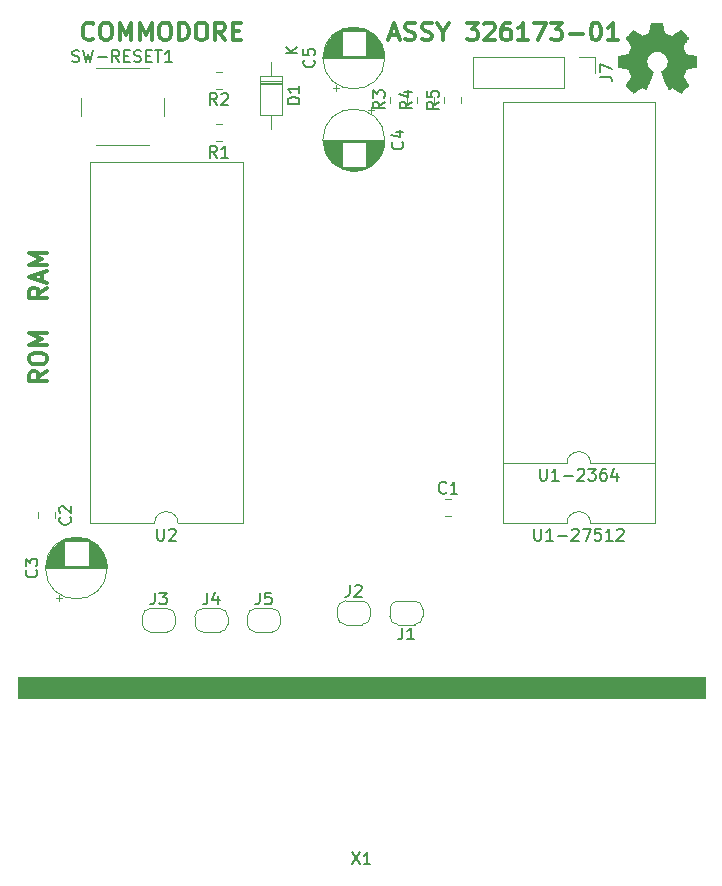
<source format=gbr>
G04 #@! TF.GenerationSoftware,KiCad,Pcbnew,(5.1.5)-3*
G04 #@! TF.CreationDate,2020-10-02T02:33:27-04:00*
G04 #@! TF.ProjectId,commodore-326173-01,636f6d6d-6f64-46f7-9265-2d3332363137,rev?*
G04 #@! TF.SameCoordinates,Original*
G04 #@! TF.FileFunction,Legend,Top*
G04 #@! TF.FilePolarity,Positive*
%FSLAX46Y46*%
G04 Gerber Fmt 4.6, Leading zero omitted, Abs format (unit mm)*
G04 Created by KiCad (PCBNEW (5.1.5)-3) date 2020-10-02 02:33:27*
%MOMM*%
%LPD*%
G04 APERTURE LIST*
%ADD10C,0.300000*%
%ADD11C,0.120000*%
%ADD12C,0.010000*%
%ADD13C,0.100000*%
%ADD14C,0.150000*%
G04 APERTURE END LIST*
D10*
X115613571Y-110362428D02*
X114899285Y-110862428D01*
X115613571Y-111219571D02*
X114113571Y-111219571D01*
X114113571Y-110648142D01*
X114185000Y-110505285D01*
X114256428Y-110433857D01*
X114399285Y-110362428D01*
X114613571Y-110362428D01*
X114756428Y-110433857D01*
X114827857Y-110505285D01*
X114899285Y-110648142D01*
X114899285Y-111219571D01*
X114113571Y-109433857D02*
X114113571Y-109148142D01*
X114185000Y-109005285D01*
X114327857Y-108862428D01*
X114613571Y-108791000D01*
X115113571Y-108791000D01*
X115399285Y-108862428D01*
X115542142Y-109005285D01*
X115613571Y-109148142D01*
X115613571Y-109433857D01*
X115542142Y-109576714D01*
X115399285Y-109719571D01*
X115113571Y-109791000D01*
X114613571Y-109791000D01*
X114327857Y-109719571D01*
X114185000Y-109576714D01*
X114113571Y-109433857D01*
X115613571Y-108148142D02*
X114113571Y-108148142D01*
X115185000Y-107648142D01*
X114113571Y-107148142D01*
X115613571Y-107148142D01*
X115613571Y-103291000D02*
X114899285Y-103791000D01*
X115613571Y-104148142D02*
X114113571Y-104148142D01*
X114113571Y-103576714D01*
X114185000Y-103433857D01*
X114256428Y-103362428D01*
X114399285Y-103291000D01*
X114613571Y-103291000D01*
X114756428Y-103362428D01*
X114827857Y-103433857D01*
X114899285Y-103576714D01*
X114899285Y-104148142D01*
X115185000Y-102719571D02*
X115185000Y-102005285D01*
X115613571Y-102862428D02*
X114113571Y-102362428D01*
X115613571Y-101862428D01*
X115613571Y-101362428D02*
X114113571Y-101362428D01*
X115185000Y-100862428D01*
X114113571Y-100362428D01*
X115613571Y-100362428D01*
X119563285Y-82196714D02*
X119491857Y-82268142D01*
X119277571Y-82339571D01*
X119134714Y-82339571D01*
X118920428Y-82268142D01*
X118777571Y-82125285D01*
X118706142Y-81982428D01*
X118634714Y-81696714D01*
X118634714Y-81482428D01*
X118706142Y-81196714D01*
X118777571Y-81053857D01*
X118920428Y-80911000D01*
X119134714Y-80839571D01*
X119277571Y-80839571D01*
X119491857Y-80911000D01*
X119563285Y-80982428D01*
X120491857Y-80839571D02*
X120777571Y-80839571D01*
X120920428Y-80911000D01*
X121063285Y-81053857D01*
X121134714Y-81339571D01*
X121134714Y-81839571D01*
X121063285Y-82125285D01*
X120920428Y-82268142D01*
X120777571Y-82339571D01*
X120491857Y-82339571D01*
X120349000Y-82268142D01*
X120206142Y-82125285D01*
X120134714Y-81839571D01*
X120134714Y-81339571D01*
X120206142Y-81053857D01*
X120349000Y-80911000D01*
X120491857Y-80839571D01*
X121777571Y-82339571D02*
X121777571Y-80839571D01*
X122277571Y-81911000D01*
X122777571Y-80839571D01*
X122777571Y-82339571D01*
X123491857Y-82339571D02*
X123491857Y-80839571D01*
X123991857Y-81911000D01*
X124491857Y-80839571D01*
X124491857Y-82339571D01*
X125491857Y-80839571D02*
X125777571Y-80839571D01*
X125920428Y-80911000D01*
X126063285Y-81053857D01*
X126134714Y-81339571D01*
X126134714Y-81839571D01*
X126063285Y-82125285D01*
X125920428Y-82268142D01*
X125777571Y-82339571D01*
X125491857Y-82339571D01*
X125349000Y-82268142D01*
X125206142Y-82125285D01*
X125134714Y-81839571D01*
X125134714Y-81339571D01*
X125206142Y-81053857D01*
X125349000Y-80911000D01*
X125491857Y-80839571D01*
X126777571Y-82339571D02*
X126777571Y-80839571D01*
X127134714Y-80839571D01*
X127349000Y-80911000D01*
X127491857Y-81053857D01*
X127563285Y-81196714D01*
X127634714Y-81482428D01*
X127634714Y-81696714D01*
X127563285Y-81982428D01*
X127491857Y-82125285D01*
X127349000Y-82268142D01*
X127134714Y-82339571D01*
X126777571Y-82339571D01*
X128563285Y-80839571D02*
X128849000Y-80839571D01*
X128991857Y-80911000D01*
X129134714Y-81053857D01*
X129206142Y-81339571D01*
X129206142Y-81839571D01*
X129134714Y-82125285D01*
X128991857Y-82268142D01*
X128849000Y-82339571D01*
X128563285Y-82339571D01*
X128420428Y-82268142D01*
X128277571Y-82125285D01*
X128206142Y-81839571D01*
X128206142Y-81339571D01*
X128277571Y-81053857D01*
X128420428Y-80911000D01*
X128563285Y-80839571D01*
X130706142Y-82339571D02*
X130206142Y-81625285D01*
X129849000Y-82339571D02*
X129849000Y-80839571D01*
X130420428Y-80839571D01*
X130563285Y-80911000D01*
X130634714Y-80982428D01*
X130706142Y-81125285D01*
X130706142Y-81339571D01*
X130634714Y-81482428D01*
X130563285Y-81553857D01*
X130420428Y-81625285D01*
X129849000Y-81625285D01*
X131349000Y-81553857D02*
X131849000Y-81553857D01*
X132063285Y-82339571D02*
X131349000Y-82339571D01*
X131349000Y-80839571D01*
X132063285Y-80839571D01*
X144662142Y-81911000D02*
X145376428Y-81911000D01*
X144519285Y-82339571D02*
X145019285Y-80839571D01*
X145519285Y-82339571D01*
X145947857Y-82268142D02*
X146162142Y-82339571D01*
X146519285Y-82339571D01*
X146662142Y-82268142D01*
X146733571Y-82196714D01*
X146805000Y-82053857D01*
X146805000Y-81911000D01*
X146733571Y-81768142D01*
X146662142Y-81696714D01*
X146519285Y-81625285D01*
X146233571Y-81553857D01*
X146090714Y-81482428D01*
X146019285Y-81411000D01*
X145947857Y-81268142D01*
X145947857Y-81125285D01*
X146019285Y-80982428D01*
X146090714Y-80911000D01*
X146233571Y-80839571D01*
X146590714Y-80839571D01*
X146805000Y-80911000D01*
X147376428Y-82268142D02*
X147590714Y-82339571D01*
X147947857Y-82339571D01*
X148090714Y-82268142D01*
X148162142Y-82196714D01*
X148233571Y-82053857D01*
X148233571Y-81911000D01*
X148162142Y-81768142D01*
X148090714Y-81696714D01*
X147947857Y-81625285D01*
X147662142Y-81553857D01*
X147519285Y-81482428D01*
X147447857Y-81411000D01*
X147376428Y-81268142D01*
X147376428Y-81125285D01*
X147447857Y-80982428D01*
X147519285Y-80911000D01*
X147662142Y-80839571D01*
X148019285Y-80839571D01*
X148233571Y-80911000D01*
X149162142Y-81625285D02*
X149162142Y-82339571D01*
X148662142Y-80839571D02*
X149162142Y-81625285D01*
X149662142Y-80839571D01*
X151162142Y-80839571D02*
X152090714Y-80839571D01*
X151590714Y-81411000D01*
X151805000Y-81411000D01*
X151947857Y-81482428D01*
X152019285Y-81553857D01*
X152090714Y-81696714D01*
X152090714Y-82053857D01*
X152019285Y-82196714D01*
X151947857Y-82268142D01*
X151805000Y-82339571D01*
X151376428Y-82339571D01*
X151233571Y-82268142D01*
X151162142Y-82196714D01*
X152662142Y-80982428D02*
X152733571Y-80911000D01*
X152876428Y-80839571D01*
X153233571Y-80839571D01*
X153376428Y-80911000D01*
X153447857Y-80982428D01*
X153519285Y-81125285D01*
X153519285Y-81268142D01*
X153447857Y-81482428D01*
X152590714Y-82339571D01*
X153519285Y-82339571D01*
X154805000Y-80839571D02*
X154519285Y-80839571D01*
X154376428Y-80911000D01*
X154305000Y-80982428D01*
X154162142Y-81196714D01*
X154090714Y-81482428D01*
X154090714Y-82053857D01*
X154162142Y-82196714D01*
X154233571Y-82268142D01*
X154376428Y-82339571D01*
X154662142Y-82339571D01*
X154805000Y-82268142D01*
X154876428Y-82196714D01*
X154947857Y-82053857D01*
X154947857Y-81696714D01*
X154876428Y-81553857D01*
X154805000Y-81482428D01*
X154662142Y-81411000D01*
X154376428Y-81411000D01*
X154233571Y-81482428D01*
X154162142Y-81553857D01*
X154090714Y-81696714D01*
X156376428Y-82339571D02*
X155519285Y-82339571D01*
X155947857Y-82339571D02*
X155947857Y-80839571D01*
X155805000Y-81053857D01*
X155662142Y-81196714D01*
X155519285Y-81268142D01*
X156876428Y-80839571D02*
X157876428Y-80839571D01*
X157233571Y-82339571D01*
X158305000Y-80839571D02*
X159233571Y-80839571D01*
X158733571Y-81411000D01*
X158947857Y-81411000D01*
X159090714Y-81482428D01*
X159162142Y-81553857D01*
X159233571Y-81696714D01*
X159233571Y-82053857D01*
X159162142Y-82196714D01*
X159090714Y-82268142D01*
X158947857Y-82339571D01*
X158519285Y-82339571D01*
X158376428Y-82268142D01*
X158305000Y-82196714D01*
X159876428Y-81768142D02*
X161019285Y-81768142D01*
X162019285Y-80839571D02*
X162162142Y-80839571D01*
X162305000Y-80911000D01*
X162376428Y-80982428D01*
X162447857Y-81125285D01*
X162519285Y-81411000D01*
X162519285Y-81768142D01*
X162447857Y-82053857D01*
X162376428Y-82196714D01*
X162305000Y-82268142D01*
X162162142Y-82339571D01*
X162019285Y-82339571D01*
X161876428Y-82268142D01*
X161805000Y-82196714D01*
X161733571Y-82053857D01*
X161662142Y-81768142D01*
X161662142Y-81411000D01*
X161733571Y-81125285D01*
X161805000Y-80982428D01*
X161876428Y-80911000D01*
X162019285Y-80839571D01*
X163947857Y-82339571D02*
X163090714Y-82339571D01*
X163519285Y-82339571D02*
X163519285Y-80839571D01*
X163376428Y-81053857D01*
X163233571Y-81196714D01*
X163090714Y-81268142D01*
D11*
X159655000Y-118170000D02*
G75*
G02X161655000Y-118170000I1000000J0D01*
G01*
X161655000Y-118170000D02*
X167115000Y-118170000D01*
X167115000Y-118170000D02*
X167115000Y-87570000D01*
X167115000Y-87570000D02*
X154195000Y-87570000D01*
X154195000Y-87570000D02*
X154195000Y-118170000D01*
X154195000Y-118170000D02*
X159655000Y-118170000D01*
D12*
G36*
X167814814Y-81288931D02*
G01*
X167898635Y-81733555D01*
X168207920Y-81861053D01*
X168517206Y-81988551D01*
X168888246Y-81736246D01*
X168992157Y-81665996D01*
X169086087Y-81603272D01*
X169165652Y-81550938D01*
X169226470Y-81511857D01*
X169264157Y-81488893D01*
X169274421Y-81483942D01*
X169292910Y-81496676D01*
X169332420Y-81531882D01*
X169388522Y-81585062D01*
X169456787Y-81651718D01*
X169532786Y-81727354D01*
X169612092Y-81807472D01*
X169690275Y-81887574D01*
X169762907Y-81963164D01*
X169825559Y-82029745D01*
X169873803Y-82082818D01*
X169903210Y-82117887D01*
X169910241Y-82129623D01*
X169900123Y-82151260D01*
X169871759Y-82198662D01*
X169828129Y-82267193D01*
X169772218Y-82352215D01*
X169707006Y-82449093D01*
X169669219Y-82504350D01*
X169600343Y-82605248D01*
X169539140Y-82696299D01*
X169488578Y-82772970D01*
X169451628Y-82830728D01*
X169431258Y-82865043D01*
X169428197Y-82872254D01*
X169435136Y-82892748D01*
X169454051Y-82940513D01*
X169482087Y-83008832D01*
X169516391Y-83090989D01*
X169554109Y-83180270D01*
X169592387Y-83269958D01*
X169628370Y-83353338D01*
X169659206Y-83423694D01*
X169682039Y-83474310D01*
X169694017Y-83498471D01*
X169694724Y-83499422D01*
X169713531Y-83504036D01*
X169763618Y-83514328D01*
X169839793Y-83529287D01*
X169936865Y-83547901D01*
X170049643Y-83569159D01*
X170115442Y-83581418D01*
X170235950Y-83604362D01*
X170344797Y-83626195D01*
X170436476Y-83645722D01*
X170505481Y-83661748D01*
X170546304Y-83673079D01*
X170554511Y-83676674D01*
X170562548Y-83701006D01*
X170569033Y-83755959D01*
X170573970Y-83835108D01*
X170577364Y-83932026D01*
X170579218Y-84040287D01*
X170579538Y-84153465D01*
X170578327Y-84265135D01*
X170575590Y-84368868D01*
X170571331Y-84458241D01*
X170565555Y-84526826D01*
X170558267Y-84568197D01*
X170553895Y-84576810D01*
X170527764Y-84587133D01*
X170472393Y-84601892D01*
X170395107Y-84619352D01*
X170303230Y-84637780D01*
X170271158Y-84643741D01*
X170116524Y-84672066D01*
X169994375Y-84694876D01*
X169900673Y-84713080D01*
X169831384Y-84727583D01*
X169782471Y-84739292D01*
X169749897Y-84749115D01*
X169729628Y-84757956D01*
X169717626Y-84766724D01*
X169715947Y-84768457D01*
X169699184Y-84796371D01*
X169673614Y-84850695D01*
X169641788Y-84924777D01*
X169606260Y-85011965D01*
X169569583Y-85105608D01*
X169534311Y-85199052D01*
X169502996Y-85285647D01*
X169478193Y-85358740D01*
X169462454Y-85411678D01*
X169458332Y-85437811D01*
X169458676Y-85438726D01*
X169472641Y-85460086D01*
X169504322Y-85507084D01*
X169550391Y-85574827D01*
X169607518Y-85658423D01*
X169672373Y-85752982D01*
X169690843Y-85779854D01*
X169756699Y-85877275D01*
X169814650Y-85966163D01*
X169861538Y-86041412D01*
X169894207Y-86097920D01*
X169909500Y-86130581D01*
X169910241Y-86134593D01*
X169897392Y-86155684D01*
X169861888Y-86197464D01*
X169808293Y-86255445D01*
X169741171Y-86325135D01*
X169665087Y-86402045D01*
X169584604Y-86481683D01*
X169504287Y-86559561D01*
X169428699Y-86631186D01*
X169362405Y-86692070D01*
X169309969Y-86737721D01*
X169275955Y-86763650D01*
X169266545Y-86767883D01*
X169244643Y-86757912D01*
X169199800Y-86731020D01*
X169139321Y-86691736D01*
X169092789Y-86660117D01*
X169008475Y-86602098D01*
X168908626Y-86533784D01*
X168808473Y-86465579D01*
X168754627Y-86429075D01*
X168572371Y-86305800D01*
X168419381Y-86388520D01*
X168349682Y-86424759D01*
X168290414Y-86452926D01*
X168250311Y-86468991D01*
X168240103Y-86471226D01*
X168227829Y-86454722D01*
X168203613Y-86408082D01*
X168169263Y-86335609D01*
X168126588Y-86241606D01*
X168077394Y-86130374D01*
X168023490Y-86006215D01*
X167966684Y-85873432D01*
X167908782Y-85736327D01*
X167851593Y-85599202D01*
X167796924Y-85466358D01*
X167746584Y-85342098D01*
X167702380Y-85230725D01*
X167666119Y-85136539D01*
X167639609Y-85063844D01*
X167624658Y-85016941D01*
X167622254Y-85000833D01*
X167641311Y-84980286D01*
X167683036Y-84946933D01*
X167738706Y-84907702D01*
X167743378Y-84904599D01*
X167887264Y-84789423D01*
X168003283Y-84655053D01*
X168090430Y-84505784D01*
X168147699Y-84345913D01*
X168174086Y-84179737D01*
X168168585Y-84011552D01*
X168130190Y-83845655D01*
X168057895Y-83686342D01*
X168036626Y-83651487D01*
X167925996Y-83510737D01*
X167795302Y-83397714D01*
X167649064Y-83313003D01*
X167491808Y-83257194D01*
X167328057Y-83230874D01*
X167162333Y-83234630D01*
X166999162Y-83269050D01*
X166843065Y-83334723D01*
X166698567Y-83432235D01*
X166653869Y-83471813D01*
X166540112Y-83595703D01*
X166457218Y-83726124D01*
X166400356Y-83872315D01*
X166368687Y-84017088D01*
X166360869Y-84179860D01*
X166386938Y-84343440D01*
X166444245Y-84502298D01*
X166530144Y-84650906D01*
X166641986Y-84783735D01*
X166777123Y-84895256D01*
X166794883Y-84907011D01*
X166851150Y-84945508D01*
X166893923Y-84978863D01*
X166914372Y-85000160D01*
X166914669Y-85000833D01*
X166910279Y-85023871D01*
X166892876Y-85076157D01*
X166864268Y-85153390D01*
X166826265Y-85251268D01*
X166780674Y-85365491D01*
X166729303Y-85491758D01*
X166673962Y-85625767D01*
X166616458Y-85763218D01*
X166558601Y-85899808D01*
X166502198Y-86031237D01*
X166449058Y-86153205D01*
X166400990Y-86261409D01*
X166359801Y-86351549D01*
X166327301Y-86419323D01*
X166305297Y-86460430D01*
X166296436Y-86471226D01*
X166269360Y-86462819D01*
X166218697Y-86440272D01*
X166153183Y-86407613D01*
X166117159Y-86388520D01*
X165964168Y-86305800D01*
X165781912Y-86429075D01*
X165688875Y-86492228D01*
X165587015Y-86561727D01*
X165491562Y-86627165D01*
X165443750Y-86660117D01*
X165376505Y-86705273D01*
X165319564Y-86741057D01*
X165280354Y-86762938D01*
X165267619Y-86767563D01*
X165249083Y-86755085D01*
X165208059Y-86720252D01*
X165148525Y-86666678D01*
X165074458Y-86597983D01*
X164989835Y-86517781D01*
X164936315Y-86466286D01*
X164842681Y-86374286D01*
X164761759Y-86291999D01*
X164696823Y-86222945D01*
X164651142Y-86170644D01*
X164627989Y-86138616D01*
X164625768Y-86132116D01*
X164636076Y-86107394D01*
X164664561Y-86057405D01*
X164708063Y-85987212D01*
X164763423Y-85901875D01*
X164827480Y-85806456D01*
X164845697Y-85779854D01*
X164912073Y-85683167D01*
X164971622Y-85596117D01*
X165021016Y-85523595D01*
X165056925Y-85470493D01*
X165076019Y-85441703D01*
X165077864Y-85438726D01*
X165075105Y-85415782D01*
X165060462Y-85365336D01*
X165036487Y-85294041D01*
X165005734Y-85208547D01*
X164970756Y-85115507D01*
X164934107Y-85021574D01*
X164898339Y-84933399D01*
X164866006Y-84857634D01*
X164839662Y-84800931D01*
X164821858Y-84769943D01*
X164820593Y-84768457D01*
X164809706Y-84759601D01*
X164791318Y-84750843D01*
X164761394Y-84741277D01*
X164715897Y-84729996D01*
X164650791Y-84716093D01*
X164562039Y-84698663D01*
X164445607Y-84676798D01*
X164297458Y-84649591D01*
X164265382Y-84643741D01*
X164170314Y-84625374D01*
X164087435Y-84607405D01*
X164024070Y-84591569D01*
X163987542Y-84579600D01*
X163982644Y-84576810D01*
X163974573Y-84552072D01*
X163968013Y-84496790D01*
X163962967Y-84417389D01*
X163959441Y-84320296D01*
X163957439Y-84211938D01*
X163956964Y-84098740D01*
X163958023Y-83987128D01*
X163960618Y-83883529D01*
X163964754Y-83794368D01*
X163970437Y-83726072D01*
X163977669Y-83685066D01*
X163982029Y-83676674D01*
X164006302Y-83668208D01*
X164061574Y-83654435D01*
X164142338Y-83636550D01*
X164243088Y-83615748D01*
X164358317Y-83593223D01*
X164421098Y-83581418D01*
X164540213Y-83559151D01*
X164646435Y-83538979D01*
X164734573Y-83521915D01*
X164799434Y-83508969D01*
X164835826Y-83501155D01*
X164841816Y-83499422D01*
X164851939Y-83479890D01*
X164873338Y-83432843D01*
X164903161Y-83365003D01*
X164938555Y-83283091D01*
X164976668Y-83193828D01*
X165014647Y-83103935D01*
X165049640Y-83020135D01*
X165078794Y-82949147D01*
X165099257Y-82897694D01*
X165108177Y-82872497D01*
X165108343Y-82871396D01*
X165098231Y-82851519D01*
X165069883Y-82805777D01*
X165026277Y-82738717D01*
X164970394Y-82654884D01*
X164905213Y-82558826D01*
X164867321Y-82503650D01*
X164798275Y-82402481D01*
X164736950Y-82310630D01*
X164686337Y-82232744D01*
X164649429Y-82173469D01*
X164629218Y-82137451D01*
X164626299Y-82129377D01*
X164638847Y-82110584D01*
X164673537Y-82070457D01*
X164725937Y-82013493D01*
X164791616Y-81944185D01*
X164866144Y-81867031D01*
X164945087Y-81786525D01*
X165024017Y-81707163D01*
X165098500Y-81633440D01*
X165164106Y-81569852D01*
X165216404Y-81520894D01*
X165250961Y-81491061D01*
X165262522Y-81483942D01*
X165281346Y-81493953D01*
X165326369Y-81522078D01*
X165393213Y-81565454D01*
X165477501Y-81621218D01*
X165574856Y-81686506D01*
X165648293Y-81736246D01*
X166019333Y-81988551D01*
X166637905Y-81733555D01*
X166721725Y-81288931D01*
X166805546Y-80844307D01*
X167730994Y-80844307D01*
X167814814Y-81288931D01*
G37*
X167814814Y-81288931D02*
X167898635Y-81733555D01*
X168207920Y-81861053D01*
X168517206Y-81988551D01*
X168888246Y-81736246D01*
X168992157Y-81665996D01*
X169086087Y-81603272D01*
X169165652Y-81550938D01*
X169226470Y-81511857D01*
X169264157Y-81488893D01*
X169274421Y-81483942D01*
X169292910Y-81496676D01*
X169332420Y-81531882D01*
X169388522Y-81585062D01*
X169456787Y-81651718D01*
X169532786Y-81727354D01*
X169612092Y-81807472D01*
X169690275Y-81887574D01*
X169762907Y-81963164D01*
X169825559Y-82029745D01*
X169873803Y-82082818D01*
X169903210Y-82117887D01*
X169910241Y-82129623D01*
X169900123Y-82151260D01*
X169871759Y-82198662D01*
X169828129Y-82267193D01*
X169772218Y-82352215D01*
X169707006Y-82449093D01*
X169669219Y-82504350D01*
X169600343Y-82605248D01*
X169539140Y-82696299D01*
X169488578Y-82772970D01*
X169451628Y-82830728D01*
X169431258Y-82865043D01*
X169428197Y-82872254D01*
X169435136Y-82892748D01*
X169454051Y-82940513D01*
X169482087Y-83008832D01*
X169516391Y-83090989D01*
X169554109Y-83180270D01*
X169592387Y-83269958D01*
X169628370Y-83353338D01*
X169659206Y-83423694D01*
X169682039Y-83474310D01*
X169694017Y-83498471D01*
X169694724Y-83499422D01*
X169713531Y-83504036D01*
X169763618Y-83514328D01*
X169839793Y-83529287D01*
X169936865Y-83547901D01*
X170049643Y-83569159D01*
X170115442Y-83581418D01*
X170235950Y-83604362D01*
X170344797Y-83626195D01*
X170436476Y-83645722D01*
X170505481Y-83661748D01*
X170546304Y-83673079D01*
X170554511Y-83676674D01*
X170562548Y-83701006D01*
X170569033Y-83755959D01*
X170573970Y-83835108D01*
X170577364Y-83932026D01*
X170579218Y-84040287D01*
X170579538Y-84153465D01*
X170578327Y-84265135D01*
X170575590Y-84368868D01*
X170571331Y-84458241D01*
X170565555Y-84526826D01*
X170558267Y-84568197D01*
X170553895Y-84576810D01*
X170527764Y-84587133D01*
X170472393Y-84601892D01*
X170395107Y-84619352D01*
X170303230Y-84637780D01*
X170271158Y-84643741D01*
X170116524Y-84672066D01*
X169994375Y-84694876D01*
X169900673Y-84713080D01*
X169831384Y-84727583D01*
X169782471Y-84739292D01*
X169749897Y-84749115D01*
X169729628Y-84757956D01*
X169717626Y-84766724D01*
X169715947Y-84768457D01*
X169699184Y-84796371D01*
X169673614Y-84850695D01*
X169641788Y-84924777D01*
X169606260Y-85011965D01*
X169569583Y-85105608D01*
X169534311Y-85199052D01*
X169502996Y-85285647D01*
X169478193Y-85358740D01*
X169462454Y-85411678D01*
X169458332Y-85437811D01*
X169458676Y-85438726D01*
X169472641Y-85460086D01*
X169504322Y-85507084D01*
X169550391Y-85574827D01*
X169607518Y-85658423D01*
X169672373Y-85752982D01*
X169690843Y-85779854D01*
X169756699Y-85877275D01*
X169814650Y-85966163D01*
X169861538Y-86041412D01*
X169894207Y-86097920D01*
X169909500Y-86130581D01*
X169910241Y-86134593D01*
X169897392Y-86155684D01*
X169861888Y-86197464D01*
X169808293Y-86255445D01*
X169741171Y-86325135D01*
X169665087Y-86402045D01*
X169584604Y-86481683D01*
X169504287Y-86559561D01*
X169428699Y-86631186D01*
X169362405Y-86692070D01*
X169309969Y-86737721D01*
X169275955Y-86763650D01*
X169266545Y-86767883D01*
X169244643Y-86757912D01*
X169199800Y-86731020D01*
X169139321Y-86691736D01*
X169092789Y-86660117D01*
X169008475Y-86602098D01*
X168908626Y-86533784D01*
X168808473Y-86465579D01*
X168754627Y-86429075D01*
X168572371Y-86305800D01*
X168419381Y-86388520D01*
X168349682Y-86424759D01*
X168290414Y-86452926D01*
X168250311Y-86468991D01*
X168240103Y-86471226D01*
X168227829Y-86454722D01*
X168203613Y-86408082D01*
X168169263Y-86335609D01*
X168126588Y-86241606D01*
X168077394Y-86130374D01*
X168023490Y-86006215D01*
X167966684Y-85873432D01*
X167908782Y-85736327D01*
X167851593Y-85599202D01*
X167796924Y-85466358D01*
X167746584Y-85342098D01*
X167702380Y-85230725D01*
X167666119Y-85136539D01*
X167639609Y-85063844D01*
X167624658Y-85016941D01*
X167622254Y-85000833D01*
X167641311Y-84980286D01*
X167683036Y-84946933D01*
X167738706Y-84907702D01*
X167743378Y-84904599D01*
X167887264Y-84789423D01*
X168003283Y-84655053D01*
X168090430Y-84505784D01*
X168147699Y-84345913D01*
X168174086Y-84179737D01*
X168168585Y-84011552D01*
X168130190Y-83845655D01*
X168057895Y-83686342D01*
X168036626Y-83651487D01*
X167925996Y-83510737D01*
X167795302Y-83397714D01*
X167649064Y-83313003D01*
X167491808Y-83257194D01*
X167328057Y-83230874D01*
X167162333Y-83234630D01*
X166999162Y-83269050D01*
X166843065Y-83334723D01*
X166698567Y-83432235D01*
X166653869Y-83471813D01*
X166540112Y-83595703D01*
X166457218Y-83726124D01*
X166400356Y-83872315D01*
X166368687Y-84017088D01*
X166360869Y-84179860D01*
X166386938Y-84343440D01*
X166444245Y-84502298D01*
X166530144Y-84650906D01*
X166641986Y-84783735D01*
X166777123Y-84895256D01*
X166794883Y-84907011D01*
X166851150Y-84945508D01*
X166893923Y-84978863D01*
X166914372Y-85000160D01*
X166914669Y-85000833D01*
X166910279Y-85023871D01*
X166892876Y-85076157D01*
X166864268Y-85153390D01*
X166826265Y-85251268D01*
X166780674Y-85365491D01*
X166729303Y-85491758D01*
X166673962Y-85625767D01*
X166616458Y-85763218D01*
X166558601Y-85899808D01*
X166502198Y-86031237D01*
X166449058Y-86153205D01*
X166400990Y-86261409D01*
X166359801Y-86351549D01*
X166327301Y-86419323D01*
X166305297Y-86460430D01*
X166296436Y-86471226D01*
X166269360Y-86462819D01*
X166218697Y-86440272D01*
X166153183Y-86407613D01*
X166117159Y-86388520D01*
X165964168Y-86305800D01*
X165781912Y-86429075D01*
X165688875Y-86492228D01*
X165587015Y-86561727D01*
X165491562Y-86627165D01*
X165443750Y-86660117D01*
X165376505Y-86705273D01*
X165319564Y-86741057D01*
X165280354Y-86762938D01*
X165267619Y-86767563D01*
X165249083Y-86755085D01*
X165208059Y-86720252D01*
X165148525Y-86666678D01*
X165074458Y-86597983D01*
X164989835Y-86517781D01*
X164936315Y-86466286D01*
X164842681Y-86374286D01*
X164761759Y-86291999D01*
X164696823Y-86222945D01*
X164651142Y-86170644D01*
X164627989Y-86138616D01*
X164625768Y-86132116D01*
X164636076Y-86107394D01*
X164664561Y-86057405D01*
X164708063Y-85987212D01*
X164763423Y-85901875D01*
X164827480Y-85806456D01*
X164845697Y-85779854D01*
X164912073Y-85683167D01*
X164971622Y-85596117D01*
X165021016Y-85523595D01*
X165056925Y-85470493D01*
X165076019Y-85441703D01*
X165077864Y-85438726D01*
X165075105Y-85415782D01*
X165060462Y-85365336D01*
X165036487Y-85294041D01*
X165005734Y-85208547D01*
X164970756Y-85115507D01*
X164934107Y-85021574D01*
X164898339Y-84933399D01*
X164866006Y-84857634D01*
X164839662Y-84800931D01*
X164821858Y-84769943D01*
X164820593Y-84768457D01*
X164809706Y-84759601D01*
X164791318Y-84750843D01*
X164761394Y-84741277D01*
X164715897Y-84729996D01*
X164650791Y-84716093D01*
X164562039Y-84698663D01*
X164445607Y-84676798D01*
X164297458Y-84649591D01*
X164265382Y-84643741D01*
X164170314Y-84625374D01*
X164087435Y-84607405D01*
X164024070Y-84591569D01*
X163987542Y-84579600D01*
X163982644Y-84576810D01*
X163974573Y-84552072D01*
X163968013Y-84496790D01*
X163962967Y-84417389D01*
X163959441Y-84320296D01*
X163957439Y-84211938D01*
X163956964Y-84098740D01*
X163958023Y-83987128D01*
X163960618Y-83883529D01*
X163964754Y-83794368D01*
X163970437Y-83726072D01*
X163977669Y-83685066D01*
X163982029Y-83676674D01*
X164006302Y-83668208D01*
X164061574Y-83654435D01*
X164142338Y-83636550D01*
X164243088Y-83615748D01*
X164358317Y-83593223D01*
X164421098Y-83581418D01*
X164540213Y-83559151D01*
X164646435Y-83538979D01*
X164734573Y-83521915D01*
X164799434Y-83508969D01*
X164835826Y-83501155D01*
X164841816Y-83499422D01*
X164851939Y-83479890D01*
X164873338Y-83432843D01*
X164903161Y-83365003D01*
X164938555Y-83283091D01*
X164976668Y-83193828D01*
X165014647Y-83103935D01*
X165049640Y-83020135D01*
X165078794Y-82949147D01*
X165099257Y-82897694D01*
X165108177Y-82872497D01*
X165108343Y-82871396D01*
X165098231Y-82851519D01*
X165069883Y-82805777D01*
X165026277Y-82738717D01*
X164970394Y-82654884D01*
X164905213Y-82558826D01*
X164867321Y-82503650D01*
X164798275Y-82402481D01*
X164736950Y-82310630D01*
X164686337Y-82232744D01*
X164649429Y-82173469D01*
X164629218Y-82137451D01*
X164626299Y-82129377D01*
X164638847Y-82110584D01*
X164673537Y-82070457D01*
X164725937Y-82013493D01*
X164791616Y-81944185D01*
X164866144Y-81867031D01*
X164945087Y-81786525D01*
X165024017Y-81707163D01*
X165098500Y-81633440D01*
X165164106Y-81569852D01*
X165216404Y-81520894D01*
X165250961Y-81491061D01*
X165262522Y-81483942D01*
X165281346Y-81493953D01*
X165326369Y-81522078D01*
X165393213Y-81565454D01*
X165477501Y-81621218D01*
X165574856Y-81686506D01*
X165648293Y-81736246D01*
X166019333Y-81988551D01*
X166637905Y-81733555D01*
X166721725Y-81288931D01*
X166805546Y-80844307D01*
X167730994Y-80844307D01*
X167814814Y-81288931D01*
D11*
X120730000Y-127020000D02*
G75*
G03X120730000Y-127020000I-2620000J0D01*
G01*
X115530000Y-127020000D02*
X120690000Y-127020000D01*
X115530000Y-126980000D02*
X120690000Y-126980000D01*
X115531000Y-126940000D02*
X120689000Y-126940000D01*
X115532000Y-126900000D02*
X120688000Y-126900000D01*
X115534000Y-126860000D02*
X120686000Y-126860000D01*
X115537000Y-126820000D02*
X120683000Y-126820000D01*
X115541000Y-126780000D02*
X117070000Y-126780000D01*
X119150000Y-126780000D02*
X120679000Y-126780000D01*
X115545000Y-126740000D02*
X117070000Y-126740000D01*
X119150000Y-126740000D02*
X120675000Y-126740000D01*
X115549000Y-126700000D02*
X117070000Y-126700000D01*
X119150000Y-126700000D02*
X120671000Y-126700000D01*
X115554000Y-126660000D02*
X117070000Y-126660000D01*
X119150000Y-126660000D02*
X120666000Y-126660000D01*
X115560000Y-126620000D02*
X117070000Y-126620000D01*
X119150000Y-126620000D02*
X120660000Y-126620000D01*
X115567000Y-126580000D02*
X117070000Y-126580000D01*
X119150000Y-126580000D02*
X120653000Y-126580000D01*
X115574000Y-126540000D02*
X117070000Y-126540000D01*
X119150000Y-126540000D02*
X120646000Y-126540000D01*
X115582000Y-126500000D02*
X117070000Y-126500000D01*
X119150000Y-126500000D02*
X120638000Y-126500000D01*
X115590000Y-126460000D02*
X117070000Y-126460000D01*
X119150000Y-126460000D02*
X120630000Y-126460000D01*
X115599000Y-126420000D02*
X117070000Y-126420000D01*
X119150000Y-126420000D02*
X120621000Y-126420000D01*
X115609000Y-126380000D02*
X117070000Y-126380000D01*
X119150000Y-126380000D02*
X120611000Y-126380000D01*
X115619000Y-126340000D02*
X117070000Y-126340000D01*
X119150000Y-126340000D02*
X120601000Y-126340000D01*
X115630000Y-126299000D02*
X117070000Y-126299000D01*
X119150000Y-126299000D02*
X120590000Y-126299000D01*
X115642000Y-126259000D02*
X117070000Y-126259000D01*
X119150000Y-126259000D02*
X120578000Y-126259000D01*
X115655000Y-126219000D02*
X117070000Y-126219000D01*
X119150000Y-126219000D02*
X120565000Y-126219000D01*
X115668000Y-126179000D02*
X117070000Y-126179000D01*
X119150000Y-126179000D02*
X120552000Y-126179000D01*
X115682000Y-126139000D02*
X117070000Y-126139000D01*
X119150000Y-126139000D02*
X120538000Y-126139000D01*
X115696000Y-126099000D02*
X117070000Y-126099000D01*
X119150000Y-126099000D02*
X120524000Y-126099000D01*
X115712000Y-126059000D02*
X117070000Y-126059000D01*
X119150000Y-126059000D02*
X120508000Y-126059000D01*
X115728000Y-126019000D02*
X117070000Y-126019000D01*
X119150000Y-126019000D02*
X120492000Y-126019000D01*
X115745000Y-125979000D02*
X117070000Y-125979000D01*
X119150000Y-125979000D02*
X120475000Y-125979000D01*
X115762000Y-125939000D02*
X117070000Y-125939000D01*
X119150000Y-125939000D02*
X120458000Y-125939000D01*
X115781000Y-125899000D02*
X117070000Y-125899000D01*
X119150000Y-125899000D02*
X120439000Y-125899000D01*
X115800000Y-125859000D02*
X117070000Y-125859000D01*
X119150000Y-125859000D02*
X120420000Y-125859000D01*
X115820000Y-125819000D02*
X117070000Y-125819000D01*
X119150000Y-125819000D02*
X120400000Y-125819000D01*
X115842000Y-125779000D02*
X117070000Y-125779000D01*
X119150000Y-125779000D02*
X120378000Y-125779000D01*
X115863000Y-125739000D02*
X117070000Y-125739000D01*
X119150000Y-125739000D02*
X120357000Y-125739000D01*
X115886000Y-125699000D02*
X117070000Y-125699000D01*
X119150000Y-125699000D02*
X120334000Y-125699000D01*
X115910000Y-125659000D02*
X117070000Y-125659000D01*
X119150000Y-125659000D02*
X120310000Y-125659000D01*
X115935000Y-125619000D02*
X117070000Y-125619000D01*
X119150000Y-125619000D02*
X120285000Y-125619000D01*
X115961000Y-125579000D02*
X117070000Y-125579000D01*
X119150000Y-125579000D02*
X120259000Y-125579000D01*
X115988000Y-125539000D02*
X117070000Y-125539000D01*
X119150000Y-125539000D02*
X120232000Y-125539000D01*
X116015000Y-125499000D02*
X117070000Y-125499000D01*
X119150000Y-125499000D02*
X120205000Y-125499000D01*
X116045000Y-125459000D02*
X117070000Y-125459000D01*
X119150000Y-125459000D02*
X120175000Y-125459000D01*
X116075000Y-125419000D02*
X117070000Y-125419000D01*
X119150000Y-125419000D02*
X120145000Y-125419000D01*
X116106000Y-125379000D02*
X117070000Y-125379000D01*
X119150000Y-125379000D02*
X120114000Y-125379000D01*
X116139000Y-125339000D02*
X117070000Y-125339000D01*
X119150000Y-125339000D02*
X120081000Y-125339000D01*
X116173000Y-125299000D02*
X117070000Y-125299000D01*
X119150000Y-125299000D02*
X120047000Y-125299000D01*
X116209000Y-125259000D02*
X117070000Y-125259000D01*
X119150000Y-125259000D02*
X120011000Y-125259000D01*
X116246000Y-125219000D02*
X117070000Y-125219000D01*
X119150000Y-125219000D02*
X119974000Y-125219000D01*
X116284000Y-125179000D02*
X117070000Y-125179000D01*
X119150000Y-125179000D02*
X119936000Y-125179000D01*
X116325000Y-125139000D02*
X117070000Y-125139000D01*
X119150000Y-125139000D02*
X119895000Y-125139000D01*
X116367000Y-125099000D02*
X117070000Y-125099000D01*
X119150000Y-125099000D02*
X119853000Y-125099000D01*
X116411000Y-125059000D02*
X117070000Y-125059000D01*
X119150000Y-125059000D02*
X119809000Y-125059000D01*
X116457000Y-125019000D02*
X117070000Y-125019000D01*
X119150000Y-125019000D02*
X119763000Y-125019000D01*
X116505000Y-124979000D02*
X117070000Y-124979000D01*
X119150000Y-124979000D02*
X119715000Y-124979000D01*
X116556000Y-124939000D02*
X117070000Y-124939000D01*
X119150000Y-124939000D02*
X119664000Y-124939000D01*
X116610000Y-124899000D02*
X117070000Y-124899000D01*
X119150000Y-124899000D02*
X119610000Y-124899000D01*
X116667000Y-124859000D02*
X117070000Y-124859000D01*
X119150000Y-124859000D02*
X119553000Y-124859000D01*
X116727000Y-124819000D02*
X117070000Y-124819000D01*
X119150000Y-124819000D02*
X119493000Y-124819000D01*
X116791000Y-124779000D02*
X117070000Y-124779000D01*
X119150000Y-124779000D02*
X119429000Y-124779000D01*
X116859000Y-124739000D02*
X117070000Y-124739000D01*
X119150000Y-124739000D02*
X119361000Y-124739000D01*
X116932000Y-124699000D02*
X119288000Y-124699000D01*
X117012000Y-124659000D02*
X119208000Y-124659000D01*
X117099000Y-124619000D02*
X119121000Y-124619000D01*
X117195000Y-124579000D02*
X119025000Y-124579000D01*
X117305000Y-124539000D02*
X118915000Y-124539000D01*
X117433000Y-124499000D02*
X118787000Y-124499000D01*
X117592000Y-124459000D02*
X118628000Y-124459000D01*
X117826000Y-124419000D02*
X118394000Y-124419000D01*
X116635000Y-129824775D02*
X116635000Y-129324775D01*
X116385000Y-129574775D02*
X116885000Y-129574775D01*
X144225000Y-90785000D02*
G75*
G03X144225000Y-90785000I-2620000J0D01*
G01*
X144185000Y-90785000D02*
X139025000Y-90785000D01*
X144185000Y-90825000D02*
X139025000Y-90825000D01*
X144184000Y-90865000D02*
X139026000Y-90865000D01*
X144183000Y-90905000D02*
X139027000Y-90905000D01*
X144181000Y-90945000D02*
X139029000Y-90945000D01*
X144178000Y-90985000D02*
X139032000Y-90985000D01*
X144174000Y-91025000D02*
X142645000Y-91025000D01*
X140565000Y-91025000D02*
X139036000Y-91025000D01*
X144170000Y-91065000D02*
X142645000Y-91065000D01*
X140565000Y-91065000D02*
X139040000Y-91065000D01*
X144166000Y-91105000D02*
X142645000Y-91105000D01*
X140565000Y-91105000D02*
X139044000Y-91105000D01*
X144161000Y-91145000D02*
X142645000Y-91145000D01*
X140565000Y-91145000D02*
X139049000Y-91145000D01*
X144155000Y-91185000D02*
X142645000Y-91185000D01*
X140565000Y-91185000D02*
X139055000Y-91185000D01*
X144148000Y-91225000D02*
X142645000Y-91225000D01*
X140565000Y-91225000D02*
X139062000Y-91225000D01*
X144141000Y-91265000D02*
X142645000Y-91265000D01*
X140565000Y-91265000D02*
X139069000Y-91265000D01*
X144133000Y-91305000D02*
X142645000Y-91305000D01*
X140565000Y-91305000D02*
X139077000Y-91305000D01*
X144125000Y-91345000D02*
X142645000Y-91345000D01*
X140565000Y-91345000D02*
X139085000Y-91345000D01*
X144116000Y-91385000D02*
X142645000Y-91385000D01*
X140565000Y-91385000D02*
X139094000Y-91385000D01*
X144106000Y-91425000D02*
X142645000Y-91425000D01*
X140565000Y-91425000D02*
X139104000Y-91425000D01*
X144096000Y-91465000D02*
X142645000Y-91465000D01*
X140565000Y-91465000D02*
X139114000Y-91465000D01*
X144085000Y-91506000D02*
X142645000Y-91506000D01*
X140565000Y-91506000D02*
X139125000Y-91506000D01*
X144073000Y-91546000D02*
X142645000Y-91546000D01*
X140565000Y-91546000D02*
X139137000Y-91546000D01*
X144060000Y-91586000D02*
X142645000Y-91586000D01*
X140565000Y-91586000D02*
X139150000Y-91586000D01*
X144047000Y-91626000D02*
X142645000Y-91626000D01*
X140565000Y-91626000D02*
X139163000Y-91626000D01*
X144033000Y-91666000D02*
X142645000Y-91666000D01*
X140565000Y-91666000D02*
X139177000Y-91666000D01*
X144019000Y-91706000D02*
X142645000Y-91706000D01*
X140565000Y-91706000D02*
X139191000Y-91706000D01*
X144003000Y-91746000D02*
X142645000Y-91746000D01*
X140565000Y-91746000D02*
X139207000Y-91746000D01*
X143987000Y-91786000D02*
X142645000Y-91786000D01*
X140565000Y-91786000D02*
X139223000Y-91786000D01*
X143970000Y-91826000D02*
X142645000Y-91826000D01*
X140565000Y-91826000D02*
X139240000Y-91826000D01*
X143953000Y-91866000D02*
X142645000Y-91866000D01*
X140565000Y-91866000D02*
X139257000Y-91866000D01*
X143934000Y-91906000D02*
X142645000Y-91906000D01*
X140565000Y-91906000D02*
X139276000Y-91906000D01*
X143915000Y-91946000D02*
X142645000Y-91946000D01*
X140565000Y-91946000D02*
X139295000Y-91946000D01*
X143895000Y-91986000D02*
X142645000Y-91986000D01*
X140565000Y-91986000D02*
X139315000Y-91986000D01*
X143873000Y-92026000D02*
X142645000Y-92026000D01*
X140565000Y-92026000D02*
X139337000Y-92026000D01*
X143852000Y-92066000D02*
X142645000Y-92066000D01*
X140565000Y-92066000D02*
X139358000Y-92066000D01*
X143829000Y-92106000D02*
X142645000Y-92106000D01*
X140565000Y-92106000D02*
X139381000Y-92106000D01*
X143805000Y-92146000D02*
X142645000Y-92146000D01*
X140565000Y-92146000D02*
X139405000Y-92146000D01*
X143780000Y-92186000D02*
X142645000Y-92186000D01*
X140565000Y-92186000D02*
X139430000Y-92186000D01*
X143754000Y-92226000D02*
X142645000Y-92226000D01*
X140565000Y-92226000D02*
X139456000Y-92226000D01*
X143727000Y-92266000D02*
X142645000Y-92266000D01*
X140565000Y-92266000D02*
X139483000Y-92266000D01*
X143700000Y-92306000D02*
X142645000Y-92306000D01*
X140565000Y-92306000D02*
X139510000Y-92306000D01*
X143670000Y-92346000D02*
X142645000Y-92346000D01*
X140565000Y-92346000D02*
X139540000Y-92346000D01*
X143640000Y-92386000D02*
X142645000Y-92386000D01*
X140565000Y-92386000D02*
X139570000Y-92386000D01*
X143609000Y-92426000D02*
X142645000Y-92426000D01*
X140565000Y-92426000D02*
X139601000Y-92426000D01*
X143576000Y-92466000D02*
X142645000Y-92466000D01*
X140565000Y-92466000D02*
X139634000Y-92466000D01*
X143542000Y-92506000D02*
X142645000Y-92506000D01*
X140565000Y-92506000D02*
X139668000Y-92506000D01*
X143506000Y-92546000D02*
X142645000Y-92546000D01*
X140565000Y-92546000D02*
X139704000Y-92546000D01*
X143469000Y-92586000D02*
X142645000Y-92586000D01*
X140565000Y-92586000D02*
X139741000Y-92586000D01*
X143431000Y-92626000D02*
X142645000Y-92626000D01*
X140565000Y-92626000D02*
X139779000Y-92626000D01*
X143390000Y-92666000D02*
X142645000Y-92666000D01*
X140565000Y-92666000D02*
X139820000Y-92666000D01*
X143348000Y-92706000D02*
X142645000Y-92706000D01*
X140565000Y-92706000D02*
X139862000Y-92706000D01*
X143304000Y-92746000D02*
X142645000Y-92746000D01*
X140565000Y-92746000D02*
X139906000Y-92746000D01*
X143258000Y-92786000D02*
X142645000Y-92786000D01*
X140565000Y-92786000D02*
X139952000Y-92786000D01*
X143210000Y-92826000D02*
X142645000Y-92826000D01*
X140565000Y-92826000D02*
X140000000Y-92826000D01*
X143159000Y-92866000D02*
X142645000Y-92866000D01*
X140565000Y-92866000D02*
X140051000Y-92866000D01*
X143105000Y-92906000D02*
X142645000Y-92906000D01*
X140565000Y-92906000D02*
X140105000Y-92906000D01*
X143048000Y-92946000D02*
X142645000Y-92946000D01*
X140565000Y-92946000D02*
X140162000Y-92946000D01*
X142988000Y-92986000D02*
X142645000Y-92986000D01*
X140565000Y-92986000D02*
X140222000Y-92986000D01*
X142924000Y-93026000D02*
X142645000Y-93026000D01*
X140565000Y-93026000D02*
X140286000Y-93026000D01*
X142856000Y-93066000D02*
X142645000Y-93066000D01*
X140565000Y-93066000D02*
X140354000Y-93066000D01*
X142783000Y-93106000D02*
X140427000Y-93106000D01*
X142703000Y-93146000D02*
X140507000Y-93146000D01*
X142616000Y-93186000D02*
X140594000Y-93186000D01*
X142520000Y-93226000D02*
X140690000Y-93226000D01*
X142410000Y-93266000D02*
X140800000Y-93266000D01*
X142282000Y-93306000D02*
X140928000Y-93306000D01*
X142123000Y-93346000D02*
X141087000Y-93346000D01*
X141889000Y-93386000D02*
X141321000Y-93386000D01*
X143080000Y-87980225D02*
X143080000Y-88480225D01*
X143330000Y-88230225D02*
X142830000Y-88230225D01*
X139880000Y-86394775D02*
X140380000Y-86394775D01*
X140130000Y-86644775D02*
X140130000Y-86144775D01*
X141321000Y-81239000D02*
X141889000Y-81239000D01*
X141087000Y-81279000D02*
X142123000Y-81279000D01*
X140928000Y-81319000D02*
X142282000Y-81319000D01*
X140800000Y-81359000D02*
X142410000Y-81359000D01*
X140690000Y-81399000D02*
X142520000Y-81399000D01*
X140594000Y-81439000D02*
X142616000Y-81439000D01*
X140507000Y-81479000D02*
X142703000Y-81479000D01*
X140427000Y-81519000D02*
X142783000Y-81519000D01*
X142645000Y-81559000D02*
X142856000Y-81559000D01*
X140354000Y-81559000D02*
X140565000Y-81559000D01*
X142645000Y-81599000D02*
X142924000Y-81599000D01*
X140286000Y-81599000D02*
X140565000Y-81599000D01*
X142645000Y-81639000D02*
X142988000Y-81639000D01*
X140222000Y-81639000D02*
X140565000Y-81639000D01*
X142645000Y-81679000D02*
X143048000Y-81679000D01*
X140162000Y-81679000D02*
X140565000Y-81679000D01*
X142645000Y-81719000D02*
X143105000Y-81719000D01*
X140105000Y-81719000D02*
X140565000Y-81719000D01*
X142645000Y-81759000D02*
X143159000Y-81759000D01*
X140051000Y-81759000D02*
X140565000Y-81759000D01*
X142645000Y-81799000D02*
X143210000Y-81799000D01*
X140000000Y-81799000D02*
X140565000Y-81799000D01*
X142645000Y-81839000D02*
X143258000Y-81839000D01*
X139952000Y-81839000D02*
X140565000Y-81839000D01*
X142645000Y-81879000D02*
X143304000Y-81879000D01*
X139906000Y-81879000D02*
X140565000Y-81879000D01*
X142645000Y-81919000D02*
X143348000Y-81919000D01*
X139862000Y-81919000D02*
X140565000Y-81919000D01*
X142645000Y-81959000D02*
X143390000Y-81959000D01*
X139820000Y-81959000D02*
X140565000Y-81959000D01*
X142645000Y-81999000D02*
X143431000Y-81999000D01*
X139779000Y-81999000D02*
X140565000Y-81999000D01*
X142645000Y-82039000D02*
X143469000Y-82039000D01*
X139741000Y-82039000D02*
X140565000Y-82039000D01*
X142645000Y-82079000D02*
X143506000Y-82079000D01*
X139704000Y-82079000D02*
X140565000Y-82079000D01*
X142645000Y-82119000D02*
X143542000Y-82119000D01*
X139668000Y-82119000D02*
X140565000Y-82119000D01*
X142645000Y-82159000D02*
X143576000Y-82159000D01*
X139634000Y-82159000D02*
X140565000Y-82159000D01*
X142645000Y-82199000D02*
X143609000Y-82199000D01*
X139601000Y-82199000D02*
X140565000Y-82199000D01*
X142645000Y-82239000D02*
X143640000Y-82239000D01*
X139570000Y-82239000D02*
X140565000Y-82239000D01*
X142645000Y-82279000D02*
X143670000Y-82279000D01*
X139540000Y-82279000D02*
X140565000Y-82279000D01*
X142645000Y-82319000D02*
X143700000Y-82319000D01*
X139510000Y-82319000D02*
X140565000Y-82319000D01*
X142645000Y-82359000D02*
X143727000Y-82359000D01*
X139483000Y-82359000D02*
X140565000Y-82359000D01*
X142645000Y-82399000D02*
X143754000Y-82399000D01*
X139456000Y-82399000D02*
X140565000Y-82399000D01*
X142645000Y-82439000D02*
X143780000Y-82439000D01*
X139430000Y-82439000D02*
X140565000Y-82439000D01*
X142645000Y-82479000D02*
X143805000Y-82479000D01*
X139405000Y-82479000D02*
X140565000Y-82479000D01*
X142645000Y-82519000D02*
X143829000Y-82519000D01*
X139381000Y-82519000D02*
X140565000Y-82519000D01*
X142645000Y-82559000D02*
X143852000Y-82559000D01*
X139358000Y-82559000D02*
X140565000Y-82559000D01*
X142645000Y-82599000D02*
X143873000Y-82599000D01*
X139337000Y-82599000D02*
X140565000Y-82599000D01*
X142645000Y-82639000D02*
X143895000Y-82639000D01*
X139315000Y-82639000D02*
X140565000Y-82639000D01*
X142645000Y-82679000D02*
X143915000Y-82679000D01*
X139295000Y-82679000D02*
X140565000Y-82679000D01*
X142645000Y-82719000D02*
X143934000Y-82719000D01*
X139276000Y-82719000D02*
X140565000Y-82719000D01*
X142645000Y-82759000D02*
X143953000Y-82759000D01*
X139257000Y-82759000D02*
X140565000Y-82759000D01*
X142645000Y-82799000D02*
X143970000Y-82799000D01*
X139240000Y-82799000D02*
X140565000Y-82799000D01*
X142645000Y-82839000D02*
X143987000Y-82839000D01*
X139223000Y-82839000D02*
X140565000Y-82839000D01*
X142645000Y-82879000D02*
X144003000Y-82879000D01*
X139207000Y-82879000D02*
X140565000Y-82879000D01*
X142645000Y-82919000D02*
X144019000Y-82919000D01*
X139191000Y-82919000D02*
X140565000Y-82919000D01*
X142645000Y-82959000D02*
X144033000Y-82959000D01*
X139177000Y-82959000D02*
X140565000Y-82959000D01*
X142645000Y-82999000D02*
X144047000Y-82999000D01*
X139163000Y-82999000D02*
X140565000Y-82999000D01*
X142645000Y-83039000D02*
X144060000Y-83039000D01*
X139150000Y-83039000D02*
X140565000Y-83039000D01*
X142645000Y-83079000D02*
X144073000Y-83079000D01*
X139137000Y-83079000D02*
X140565000Y-83079000D01*
X142645000Y-83119000D02*
X144085000Y-83119000D01*
X139125000Y-83119000D02*
X140565000Y-83119000D01*
X142645000Y-83160000D02*
X144096000Y-83160000D01*
X139114000Y-83160000D02*
X140565000Y-83160000D01*
X142645000Y-83200000D02*
X144106000Y-83200000D01*
X139104000Y-83200000D02*
X140565000Y-83200000D01*
X142645000Y-83240000D02*
X144116000Y-83240000D01*
X139094000Y-83240000D02*
X140565000Y-83240000D01*
X142645000Y-83280000D02*
X144125000Y-83280000D01*
X139085000Y-83280000D02*
X140565000Y-83280000D01*
X142645000Y-83320000D02*
X144133000Y-83320000D01*
X139077000Y-83320000D02*
X140565000Y-83320000D01*
X142645000Y-83360000D02*
X144141000Y-83360000D01*
X139069000Y-83360000D02*
X140565000Y-83360000D01*
X142645000Y-83400000D02*
X144148000Y-83400000D01*
X139062000Y-83400000D02*
X140565000Y-83400000D01*
X142645000Y-83440000D02*
X144155000Y-83440000D01*
X139055000Y-83440000D02*
X140565000Y-83440000D01*
X142645000Y-83480000D02*
X144161000Y-83480000D01*
X139049000Y-83480000D02*
X140565000Y-83480000D01*
X142645000Y-83520000D02*
X144166000Y-83520000D01*
X139044000Y-83520000D02*
X140565000Y-83520000D01*
X142645000Y-83560000D02*
X144170000Y-83560000D01*
X139040000Y-83560000D02*
X140565000Y-83560000D01*
X142645000Y-83600000D02*
X144174000Y-83600000D01*
X139036000Y-83600000D02*
X140565000Y-83600000D01*
X139032000Y-83640000D02*
X144178000Y-83640000D01*
X139029000Y-83680000D02*
X144181000Y-83680000D01*
X139027000Y-83720000D02*
X144183000Y-83720000D01*
X139026000Y-83760000D02*
X144184000Y-83760000D01*
X139025000Y-83800000D02*
X144185000Y-83800000D01*
X139025000Y-83840000D02*
X144185000Y-83840000D01*
X144225000Y-83840000D02*
G75*
G03X144225000Y-83840000I-2620000J0D01*
G01*
X135540000Y-85355000D02*
X133700000Y-85355000D01*
X133700000Y-85355000D02*
X133700000Y-88635000D01*
X133700000Y-88635000D02*
X135540000Y-88635000D01*
X135540000Y-88635000D02*
X135540000Y-85355000D01*
X134620000Y-84175000D02*
X134620000Y-85355000D01*
X134620000Y-89815000D02*
X134620000Y-88635000D01*
X135540000Y-85931000D02*
X133700000Y-85931000D01*
X135540000Y-86051000D02*
X133700000Y-86051000D01*
X135540000Y-85811000D02*
X133700000Y-85811000D01*
X146750000Y-131810000D02*
X145350000Y-131810000D01*
X144650000Y-131110000D02*
X144650000Y-130510000D01*
X145350000Y-129810000D02*
X146750000Y-129810000D01*
X147450000Y-130510000D02*
X147450000Y-131110000D01*
X147450000Y-131110000D02*
G75*
G02X146750000Y-131810000I-700000J0D01*
G01*
X146750000Y-129810000D02*
G75*
G02X147450000Y-130510000I0J-700000D01*
G01*
X144650000Y-130510000D02*
G75*
G02X145350000Y-129810000I700000J0D01*
G01*
X145350000Y-131810000D02*
G75*
G02X144650000Y-131110000I0J700000D01*
G01*
X142305000Y-129810000D02*
G75*
G02X143005000Y-130510000I0J-700000D01*
G01*
X143005000Y-131110000D02*
G75*
G02X142305000Y-131810000I-700000J0D01*
G01*
X140905000Y-131810000D02*
G75*
G02X140205000Y-131110000I0J700000D01*
G01*
X140205000Y-130510000D02*
G75*
G02X140905000Y-129810000I700000J0D01*
G01*
X140205000Y-131110000D02*
X140205000Y-130510000D01*
X142305000Y-131810000D02*
X140905000Y-131810000D01*
X143005000Y-130510000D02*
X143005000Y-131110000D01*
X140905000Y-129810000D02*
X142305000Y-129810000D01*
X125795000Y-130445000D02*
G75*
G02X126495000Y-131145000I0J-700000D01*
G01*
X126495000Y-131745000D02*
G75*
G02X125795000Y-132445000I-700000J0D01*
G01*
X124395000Y-132445000D02*
G75*
G02X123695000Y-131745000I0J700000D01*
G01*
X123695000Y-131145000D02*
G75*
G02X124395000Y-130445000I700000J0D01*
G01*
X123695000Y-131745000D02*
X123695000Y-131145000D01*
X125795000Y-132445000D02*
X124395000Y-132445000D01*
X126495000Y-131145000D02*
X126495000Y-131745000D01*
X124395000Y-130445000D02*
X125795000Y-130445000D01*
X128840000Y-130445000D02*
X130240000Y-130445000D01*
X130940000Y-131145000D02*
X130940000Y-131745000D01*
X130240000Y-132445000D02*
X128840000Y-132445000D01*
X128140000Y-131745000D02*
X128140000Y-131145000D01*
X128140000Y-131145000D02*
G75*
G02X128840000Y-130445000I700000J0D01*
G01*
X128840000Y-132445000D02*
G75*
G02X128140000Y-131745000I0J700000D01*
G01*
X130940000Y-131745000D02*
G75*
G02X130240000Y-132445000I-700000J0D01*
G01*
X130240000Y-130445000D02*
G75*
G02X130940000Y-131145000I0J-700000D01*
G01*
X134685000Y-130445000D02*
G75*
G02X135385000Y-131145000I0J-700000D01*
G01*
X135385000Y-131745000D02*
G75*
G02X134685000Y-132445000I-700000J0D01*
G01*
X133285000Y-132445000D02*
G75*
G02X132585000Y-131745000I0J700000D01*
G01*
X132585000Y-131145000D02*
G75*
G02X133285000Y-130445000I700000J0D01*
G01*
X132585000Y-131745000D02*
X132585000Y-131145000D01*
X134685000Y-132445000D02*
X133285000Y-132445000D01*
X135385000Y-131145000D02*
X135385000Y-131745000D01*
X133285000Y-130445000D02*
X134685000Y-130445000D01*
X119745000Y-91225000D02*
X124245000Y-91225000D01*
X118495000Y-87225000D02*
X118495000Y-88725000D01*
X124245000Y-84725000D02*
X119745000Y-84725000D01*
X125495000Y-88725000D02*
X125495000Y-87225000D01*
X159655000Y-123250000D02*
G75*
G02X161655000Y-123250000I1000000J0D01*
G01*
X161655000Y-123250000D02*
X167115000Y-123250000D01*
X167115000Y-123250000D02*
X167115000Y-87570000D01*
X167115000Y-87570000D02*
X154195000Y-87570000D01*
X154195000Y-87570000D02*
X154195000Y-123250000D01*
X154195000Y-123250000D02*
X159655000Y-123250000D01*
D13*
G36*
X113157000Y-136271000D02*
G01*
X113157000Y-138049000D01*
X171323000Y-138049000D01*
X171323000Y-136271000D01*
X113157000Y-136271000D01*
G37*
X113157000Y-136271000D02*
X113157000Y-138049000D01*
X171323000Y-138049000D01*
X171323000Y-136271000D01*
X113157000Y-136271000D01*
D11*
X130436252Y-90880000D02*
X129913748Y-90880000D01*
X130436252Y-89460000D02*
X129913748Y-89460000D01*
X130436252Y-85015000D02*
X129913748Y-85015000D01*
X130436252Y-86435000D02*
X129913748Y-86435000D01*
X144705000Y-87637252D02*
X144705000Y-87114748D01*
X146125000Y-87637252D02*
X146125000Y-87114748D01*
X149335748Y-122630000D02*
X149858252Y-122630000D01*
X149335748Y-121210000D02*
X149858252Y-121210000D01*
X116280000Y-122293748D02*
X116280000Y-122816252D01*
X114860000Y-122293748D02*
X114860000Y-122816252D01*
X151705000Y-83760000D02*
X151705000Y-86420000D01*
X159385000Y-83760000D02*
X151705000Y-83760000D01*
X159385000Y-86420000D02*
X151705000Y-86420000D01*
X159385000Y-83760000D02*
X159385000Y-86420000D01*
X160655000Y-83760000D02*
X161985000Y-83760000D01*
X161985000Y-83760000D02*
X161985000Y-85090000D01*
X124730000Y-123250000D02*
G75*
G02X126730000Y-123250000I1000000J0D01*
G01*
X126730000Y-123250000D02*
X132190000Y-123250000D01*
X132190000Y-123250000D02*
X132190000Y-92650000D01*
X132190000Y-92650000D02*
X119270000Y-92650000D01*
X119270000Y-92650000D02*
X119270000Y-123250000D01*
X119270000Y-123250000D02*
X124730000Y-123250000D01*
X148411000Y-87637252D02*
X148411000Y-87114748D01*
X146991000Y-87637252D02*
X146991000Y-87114748D01*
X149277000Y-87646252D02*
X149277000Y-87123748D01*
X150697000Y-87646252D02*
X150697000Y-87123748D01*
D14*
X157369285Y-118622380D02*
X157369285Y-119431904D01*
X157416904Y-119527142D01*
X157464523Y-119574761D01*
X157559761Y-119622380D01*
X157750238Y-119622380D01*
X157845476Y-119574761D01*
X157893095Y-119527142D01*
X157940714Y-119431904D01*
X157940714Y-118622380D01*
X158940714Y-119622380D02*
X158369285Y-119622380D01*
X158655000Y-119622380D02*
X158655000Y-118622380D01*
X158559761Y-118765238D01*
X158464523Y-118860476D01*
X158369285Y-118908095D01*
X159369285Y-119241428D02*
X160131190Y-119241428D01*
X160559761Y-118717619D02*
X160607380Y-118670000D01*
X160702619Y-118622380D01*
X160940714Y-118622380D01*
X161035952Y-118670000D01*
X161083571Y-118717619D01*
X161131190Y-118812857D01*
X161131190Y-118908095D01*
X161083571Y-119050952D01*
X160512142Y-119622380D01*
X161131190Y-119622380D01*
X161464523Y-118622380D02*
X162083571Y-118622380D01*
X161750238Y-119003333D01*
X161893095Y-119003333D01*
X161988333Y-119050952D01*
X162035952Y-119098571D01*
X162083571Y-119193809D01*
X162083571Y-119431904D01*
X162035952Y-119527142D01*
X161988333Y-119574761D01*
X161893095Y-119622380D01*
X161607380Y-119622380D01*
X161512142Y-119574761D01*
X161464523Y-119527142D01*
X162940714Y-118622380D02*
X162750238Y-118622380D01*
X162655000Y-118670000D01*
X162607380Y-118717619D01*
X162512142Y-118860476D01*
X162464523Y-119050952D01*
X162464523Y-119431904D01*
X162512142Y-119527142D01*
X162559761Y-119574761D01*
X162655000Y-119622380D01*
X162845476Y-119622380D01*
X162940714Y-119574761D01*
X162988333Y-119527142D01*
X163035952Y-119431904D01*
X163035952Y-119193809D01*
X162988333Y-119098571D01*
X162940714Y-119050952D01*
X162845476Y-119003333D01*
X162655000Y-119003333D01*
X162559761Y-119050952D01*
X162512142Y-119098571D01*
X162464523Y-119193809D01*
X163893095Y-118955714D02*
X163893095Y-119622380D01*
X163655000Y-118574761D02*
X163416904Y-119289047D01*
X164035952Y-119289047D01*
X114717142Y-127186666D02*
X114764761Y-127234285D01*
X114812380Y-127377142D01*
X114812380Y-127472380D01*
X114764761Y-127615238D01*
X114669523Y-127710476D01*
X114574285Y-127758095D01*
X114383809Y-127805714D01*
X114240952Y-127805714D01*
X114050476Y-127758095D01*
X113955238Y-127710476D01*
X113860000Y-127615238D01*
X113812380Y-127472380D01*
X113812380Y-127377142D01*
X113860000Y-127234285D01*
X113907619Y-127186666D01*
X113812380Y-126853333D02*
X113812380Y-126234285D01*
X114193333Y-126567619D01*
X114193333Y-126424761D01*
X114240952Y-126329523D01*
X114288571Y-126281904D01*
X114383809Y-126234285D01*
X114621904Y-126234285D01*
X114717142Y-126281904D01*
X114764761Y-126329523D01*
X114812380Y-126424761D01*
X114812380Y-126710476D01*
X114764761Y-126805714D01*
X114717142Y-126853333D01*
X145712142Y-90951666D02*
X145759761Y-90999285D01*
X145807380Y-91142142D01*
X145807380Y-91237380D01*
X145759761Y-91380238D01*
X145664523Y-91475476D01*
X145569285Y-91523095D01*
X145378809Y-91570714D01*
X145235952Y-91570714D01*
X145045476Y-91523095D01*
X144950238Y-91475476D01*
X144855000Y-91380238D01*
X144807380Y-91237380D01*
X144807380Y-91142142D01*
X144855000Y-90999285D01*
X144902619Y-90951666D01*
X145140714Y-90094523D02*
X145807380Y-90094523D01*
X144759761Y-90332619D02*
X145474047Y-90570714D01*
X145474047Y-89951666D01*
X138212142Y-84006666D02*
X138259761Y-84054285D01*
X138307380Y-84197142D01*
X138307380Y-84292380D01*
X138259761Y-84435238D01*
X138164523Y-84530476D01*
X138069285Y-84578095D01*
X137878809Y-84625714D01*
X137735952Y-84625714D01*
X137545476Y-84578095D01*
X137450238Y-84530476D01*
X137355000Y-84435238D01*
X137307380Y-84292380D01*
X137307380Y-84197142D01*
X137355000Y-84054285D01*
X137402619Y-84006666D01*
X137307380Y-83101904D02*
X137307380Y-83578095D01*
X137783571Y-83625714D01*
X137735952Y-83578095D01*
X137688333Y-83482857D01*
X137688333Y-83244761D01*
X137735952Y-83149523D01*
X137783571Y-83101904D01*
X137878809Y-83054285D01*
X138116904Y-83054285D01*
X138212142Y-83101904D01*
X138259761Y-83149523D01*
X138307380Y-83244761D01*
X138307380Y-83482857D01*
X138259761Y-83578095D01*
X138212142Y-83625714D01*
X136992380Y-87733095D02*
X135992380Y-87733095D01*
X135992380Y-87495000D01*
X136040000Y-87352142D01*
X136135238Y-87256904D01*
X136230476Y-87209285D01*
X136420952Y-87161666D01*
X136563809Y-87161666D01*
X136754285Y-87209285D01*
X136849523Y-87256904D01*
X136944761Y-87352142D01*
X136992380Y-87495000D01*
X136992380Y-87733095D01*
X136992380Y-86209285D02*
X136992380Y-86780714D01*
X136992380Y-86495000D02*
X135992380Y-86495000D01*
X136135238Y-86590238D01*
X136230476Y-86685476D01*
X136278095Y-86780714D01*
X136822380Y-83446904D02*
X135822380Y-83446904D01*
X136822380Y-82875476D02*
X136250952Y-83304047D01*
X135822380Y-82875476D02*
X136393809Y-83446904D01*
X145716666Y-132062380D02*
X145716666Y-132776666D01*
X145669047Y-132919523D01*
X145573809Y-133014761D01*
X145430952Y-133062380D01*
X145335714Y-133062380D01*
X146716666Y-133062380D02*
X146145238Y-133062380D01*
X146430952Y-133062380D02*
X146430952Y-132062380D01*
X146335714Y-132205238D01*
X146240476Y-132300476D01*
X146145238Y-132348095D01*
X141271666Y-128462380D02*
X141271666Y-129176666D01*
X141224047Y-129319523D01*
X141128809Y-129414761D01*
X140985952Y-129462380D01*
X140890714Y-129462380D01*
X141700238Y-128557619D02*
X141747857Y-128510000D01*
X141843095Y-128462380D01*
X142081190Y-128462380D01*
X142176428Y-128510000D01*
X142224047Y-128557619D01*
X142271666Y-128652857D01*
X142271666Y-128748095D01*
X142224047Y-128890952D01*
X141652619Y-129462380D01*
X142271666Y-129462380D01*
X124761666Y-129097380D02*
X124761666Y-129811666D01*
X124714047Y-129954523D01*
X124618809Y-130049761D01*
X124475952Y-130097380D01*
X124380714Y-130097380D01*
X125142619Y-129097380D02*
X125761666Y-129097380D01*
X125428333Y-129478333D01*
X125571190Y-129478333D01*
X125666428Y-129525952D01*
X125714047Y-129573571D01*
X125761666Y-129668809D01*
X125761666Y-129906904D01*
X125714047Y-130002142D01*
X125666428Y-130049761D01*
X125571190Y-130097380D01*
X125285476Y-130097380D01*
X125190238Y-130049761D01*
X125142619Y-130002142D01*
X129206666Y-129097380D02*
X129206666Y-129811666D01*
X129159047Y-129954523D01*
X129063809Y-130049761D01*
X128920952Y-130097380D01*
X128825714Y-130097380D01*
X130111428Y-129430714D02*
X130111428Y-130097380D01*
X129873333Y-129049761D02*
X129635238Y-129764047D01*
X130254285Y-129764047D01*
X133651666Y-129097380D02*
X133651666Y-129811666D01*
X133604047Y-129954523D01*
X133508809Y-130049761D01*
X133365952Y-130097380D01*
X133270714Y-130097380D01*
X134604047Y-129097380D02*
X134127857Y-129097380D01*
X134080238Y-129573571D01*
X134127857Y-129525952D01*
X134223095Y-129478333D01*
X134461190Y-129478333D01*
X134556428Y-129525952D01*
X134604047Y-129573571D01*
X134651666Y-129668809D01*
X134651666Y-129906904D01*
X134604047Y-130002142D01*
X134556428Y-130049761D01*
X134461190Y-130097380D01*
X134223095Y-130097380D01*
X134127857Y-130049761D01*
X134080238Y-130002142D01*
X117780714Y-84129761D02*
X117923571Y-84177380D01*
X118161666Y-84177380D01*
X118256904Y-84129761D01*
X118304523Y-84082142D01*
X118352142Y-83986904D01*
X118352142Y-83891666D01*
X118304523Y-83796428D01*
X118256904Y-83748809D01*
X118161666Y-83701190D01*
X117971190Y-83653571D01*
X117875952Y-83605952D01*
X117828333Y-83558333D01*
X117780714Y-83463095D01*
X117780714Y-83367857D01*
X117828333Y-83272619D01*
X117875952Y-83225000D01*
X117971190Y-83177380D01*
X118209285Y-83177380D01*
X118352142Y-83225000D01*
X118685476Y-83177380D02*
X118923571Y-84177380D01*
X119114047Y-83463095D01*
X119304523Y-84177380D01*
X119542619Y-83177380D01*
X119923571Y-83796428D02*
X120685476Y-83796428D01*
X121733095Y-84177380D02*
X121399761Y-83701190D01*
X121161666Y-84177380D02*
X121161666Y-83177380D01*
X121542619Y-83177380D01*
X121637857Y-83225000D01*
X121685476Y-83272619D01*
X121733095Y-83367857D01*
X121733095Y-83510714D01*
X121685476Y-83605952D01*
X121637857Y-83653571D01*
X121542619Y-83701190D01*
X121161666Y-83701190D01*
X122161666Y-83653571D02*
X122495000Y-83653571D01*
X122637857Y-84177380D02*
X122161666Y-84177380D01*
X122161666Y-83177380D01*
X122637857Y-83177380D01*
X123018809Y-84129761D02*
X123161666Y-84177380D01*
X123399761Y-84177380D01*
X123495000Y-84129761D01*
X123542619Y-84082142D01*
X123590238Y-83986904D01*
X123590238Y-83891666D01*
X123542619Y-83796428D01*
X123495000Y-83748809D01*
X123399761Y-83701190D01*
X123209285Y-83653571D01*
X123114047Y-83605952D01*
X123066428Y-83558333D01*
X123018809Y-83463095D01*
X123018809Y-83367857D01*
X123066428Y-83272619D01*
X123114047Y-83225000D01*
X123209285Y-83177380D01*
X123447380Y-83177380D01*
X123590238Y-83225000D01*
X124018809Y-83653571D02*
X124352142Y-83653571D01*
X124495000Y-84177380D02*
X124018809Y-84177380D01*
X124018809Y-83177380D01*
X124495000Y-83177380D01*
X124780714Y-83177380D02*
X125352142Y-83177380D01*
X125066428Y-84177380D02*
X125066428Y-83177380D01*
X126209285Y-84177380D02*
X125637857Y-84177380D01*
X125923571Y-84177380D02*
X125923571Y-83177380D01*
X125828333Y-83320238D01*
X125733095Y-83415476D01*
X125637857Y-83463095D01*
X156893095Y-123702380D02*
X156893095Y-124511904D01*
X156940714Y-124607142D01*
X156988333Y-124654761D01*
X157083571Y-124702380D01*
X157274047Y-124702380D01*
X157369285Y-124654761D01*
X157416904Y-124607142D01*
X157464523Y-124511904D01*
X157464523Y-123702380D01*
X158464523Y-124702380D02*
X157893095Y-124702380D01*
X158178809Y-124702380D02*
X158178809Y-123702380D01*
X158083571Y-123845238D01*
X157988333Y-123940476D01*
X157893095Y-123988095D01*
X158893095Y-124321428D02*
X159655000Y-124321428D01*
X160083571Y-123797619D02*
X160131190Y-123750000D01*
X160226428Y-123702380D01*
X160464523Y-123702380D01*
X160559761Y-123750000D01*
X160607380Y-123797619D01*
X160655000Y-123892857D01*
X160655000Y-123988095D01*
X160607380Y-124130952D01*
X160035952Y-124702380D01*
X160655000Y-124702380D01*
X160988333Y-123702380D02*
X161655000Y-123702380D01*
X161226428Y-124702380D01*
X162512142Y-123702380D02*
X162035952Y-123702380D01*
X161988333Y-124178571D01*
X162035952Y-124130952D01*
X162131190Y-124083333D01*
X162369285Y-124083333D01*
X162464523Y-124130952D01*
X162512142Y-124178571D01*
X162559761Y-124273809D01*
X162559761Y-124511904D01*
X162512142Y-124607142D01*
X162464523Y-124654761D01*
X162369285Y-124702380D01*
X162131190Y-124702380D01*
X162035952Y-124654761D01*
X161988333Y-124607142D01*
X163512142Y-124702380D02*
X162940714Y-124702380D01*
X163226428Y-124702380D02*
X163226428Y-123702380D01*
X163131190Y-123845238D01*
X163035952Y-123940476D01*
X162940714Y-123988095D01*
X163893095Y-123797619D02*
X163940714Y-123750000D01*
X164035952Y-123702380D01*
X164274047Y-123702380D01*
X164369285Y-123750000D01*
X164416904Y-123797619D01*
X164464523Y-123892857D01*
X164464523Y-123988095D01*
X164416904Y-124130952D01*
X163845476Y-124702380D01*
X164464523Y-124702380D01*
X141430476Y-151082380D02*
X142097142Y-152082380D01*
X142097142Y-151082380D02*
X141430476Y-152082380D01*
X143001904Y-152082380D02*
X142430476Y-152082380D01*
X142716190Y-152082380D02*
X142716190Y-151082380D01*
X142620952Y-151225238D01*
X142525714Y-151320476D01*
X142430476Y-151368095D01*
X130008333Y-92272380D02*
X129675000Y-91796190D01*
X129436904Y-92272380D02*
X129436904Y-91272380D01*
X129817857Y-91272380D01*
X129913095Y-91320000D01*
X129960714Y-91367619D01*
X130008333Y-91462857D01*
X130008333Y-91605714D01*
X129960714Y-91700952D01*
X129913095Y-91748571D01*
X129817857Y-91796190D01*
X129436904Y-91796190D01*
X130960714Y-92272380D02*
X130389285Y-92272380D01*
X130675000Y-92272380D02*
X130675000Y-91272380D01*
X130579761Y-91415238D01*
X130484523Y-91510476D01*
X130389285Y-91558095D01*
X130008333Y-87827380D02*
X129675000Y-87351190D01*
X129436904Y-87827380D02*
X129436904Y-86827380D01*
X129817857Y-86827380D01*
X129913095Y-86875000D01*
X129960714Y-86922619D01*
X130008333Y-87017857D01*
X130008333Y-87160714D01*
X129960714Y-87255952D01*
X129913095Y-87303571D01*
X129817857Y-87351190D01*
X129436904Y-87351190D01*
X130389285Y-86922619D02*
X130436904Y-86875000D01*
X130532142Y-86827380D01*
X130770238Y-86827380D01*
X130865476Y-86875000D01*
X130913095Y-86922619D01*
X130960714Y-87017857D01*
X130960714Y-87113095D01*
X130913095Y-87255952D01*
X130341666Y-87827380D01*
X130960714Y-87827380D01*
X144217380Y-87542666D02*
X143741190Y-87876000D01*
X144217380Y-88114095D02*
X143217380Y-88114095D01*
X143217380Y-87733142D01*
X143265000Y-87637904D01*
X143312619Y-87590285D01*
X143407857Y-87542666D01*
X143550714Y-87542666D01*
X143645952Y-87590285D01*
X143693571Y-87637904D01*
X143741190Y-87733142D01*
X143741190Y-88114095D01*
X143217380Y-87209333D02*
X143217380Y-86590285D01*
X143598333Y-86923619D01*
X143598333Y-86780761D01*
X143645952Y-86685523D01*
X143693571Y-86637904D01*
X143788809Y-86590285D01*
X144026904Y-86590285D01*
X144122142Y-86637904D01*
X144169761Y-86685523D01*
X144217380Y-86780761D01*
X144217380Y-87066476D01*
X144169761Y-87161714D01*
X144122142Y-87209333D01*
X149430333Y-120627142D02*
X149382714Y-120674761D01*
X149239857Y-120722380D01*
X149144619Y-120722380D01*
X149001761Y-120674761D01*
X148906523Y-120579523D01*
X148858904Y-120484285D01*
X148811285Y-120293809D01*
X148811285Y-120150952D01*
X148858904Y-119960476D01*
X148906523Y-119865238D01*
X149001761Y-119770000D01*
X149144619Y-119722380D01*
X149239857Y-119722380D01*
X149382714Y-119770000D01*
X149430333Y-119817619D01*
X150382714Y-120722380D02*
X149811285Y-120722380D01*
X150097000Y-120722380D02*
X150097000Y-119722380D01*
X150001761Y-119865238D01*
X149906523Y-119960476D01*
X149811285Y-120008095D01*
X117577142Y-122721666D02*
X117624761Y-122769285D01*
X117672380Y-122912142D01*
X117672380Y-123007380D01*
X117624761Y-123150238D01*
X117529523Y-123245476D01*
X117434285Y-123293095D01*
X117243809Y-123340714D01*
X117100952Y-123340714D01*
X116910476Y-123293095D01*
X116815238Y-123245476D01*
X116720000Y-123150238D01*
X116672380Y-123007380D01*
X116672380Y-122912142D01*
X116720000Y-122769285D01*
X116767619Y-122721666D01*
X116767619Y-122340714D02*
X116720000Y-122293095D01*
X116672380Y-122197857D01*
X116672380Y-121959761D01*
X116720000Y-121864523D01*
X116767619Y-121816904D01*
X116862857Y-121769285D01*
X116958095Y-121769285D01*
X117100952Y-121816904D01*
X117672380Y-122388333D01*
X117672380Y-121769285D01*
X162437380Y-85423333D02*
X163151666Y-85423333D01*
X163294523Y-85470952D01*
X163389761Y-85566190D01*
X163437380Y-85709047D01*
X163437380Y-85804285D01*
X162437380Y-85042380D02*
X162437380Y-84375714D01*
X163437380Y-84804285D01*
X124968095Y-123702380D02*
X124968095Y-124511904D01*
X125015714Y-124607142D01*
X125063333Y-124654761D01*
X125158571Y-124702380D01*
X125349047Y-124702380D01*
X125444285Y-124654761D01*
X125491904Y-124607142D01*
X125539523Y-124511904D01*
X125539523Y-123702380D01*
X125968095Y-123797619D02*
X126015714Y-123750000D01*
X126110952Y-123702380D01*
X126349047Y-123702380D01*
X126444285Y-123750000D01*
X126491904Y-123797619D01*
X126539523Y-123892857D01*
X126539523Y-123988095D01*
X126491904Y-124130952D01*
X125920476Y-124702380D01*
X126539523Y-124702380D01*
X146503380Y-87542666D02*
X146027190Y-87876000D01*
X146503380Y-88114095D02*
X145503380Y-88114095D01*
X145503380Y-87733142D01*
X145551000Y-87637904D01*
X145598619Y-87590285D01*
X145693857Y-87542666D01*
X145836714Y-87542666D01*
X145931952Y-87590285D01*
X145979571Y-87637904D01*
X146027190Y-87733142D01*
X146027190Y-88114095D01*
X145836714Y-86685523D02*
X146503380Y-86685523D01*
X145455761Y-86923619D02*
X146170047Y-87161714D01*
X146170047Y-86542666D01*
X148789380Y-87551666D02*
X148313190Y-87885000D01*
X148789380Y-88123095D02*
X147789380Y-88123095D01*
X147789380Y-87742142D01*
X147837000Y-87646904D01*
X147884619Y-87599285D01*
X147979857Y-87551666D01*
X148122714Y-87551666D01*
X148217952Y-87599285D01*
X148265571Y-87646904D01*
X148313190Y-87742142D01*
X148313190Y-88123095D01*
X147789380Y-86646904D02*
X147789380Y-87123095D01*
X148265571Y-87170714D01*
X148217952Y-87123095D01*
X148170333Y-87027857D01*
X148170333Y-86789761D01*
X148217952Y-86694523D01*
X148265571Y-86646904D01*
X148360809Y-86599285D01*
X148598904Y-86599285D01*
X148694142Y-86646904D01*
X148741761Y-86694523D01*
X148789380Y-86789761D01*
X148789380Y-87027857D01*
X148741761Y-87123095D01*
X148694142Y-87170714D01*
M02*

</source>
